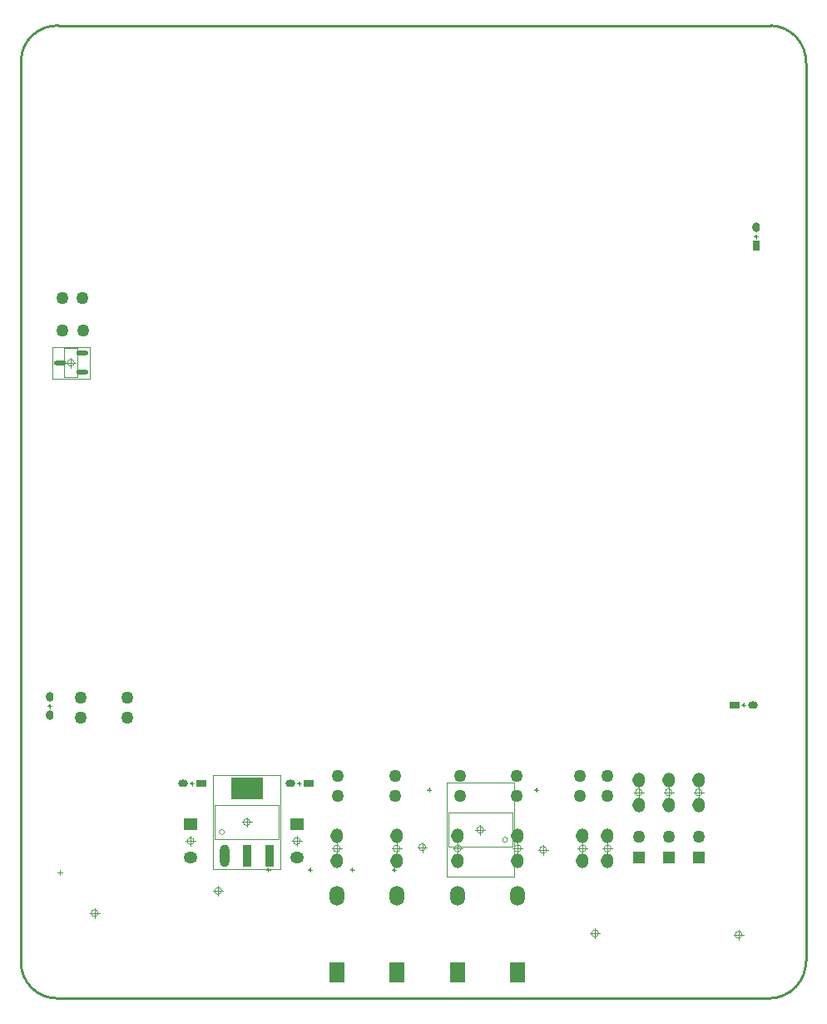
<source format=gtp>
G04*
G04 #@! TF.GenerationSoftware,Altium Limited,Altium Designer,22.3.1 (43)*
G04*
G04 Layer_Color=8421504*
%FSLAX25Y25*%
%MOIN*%
G70*
G04*
G04 #@! TF.SameCoordinates,7771213D-0031-41E0-B7F0-5BACD8635ED2*
G04*
G04*
G04 #@! TF.FilePolarity,Positive*
G04*
G01*
G75*
%ADD12C,0.01000*%
%ADD20C,0.00394*%
%ADD21C,0.00100*%
%ADD22C,0.00197*%
%ADD23C,0.00300*%
%ADD24O,0.05000X0.06000*%
%ADD25R,0.05512X0.04724*%
%ADD26O,0.05512X0.04724*%
%ADD27R,0.04000X0.03000*%
%ADD28O,0.04000X0.03000*%
%ADD29R,0.05000X0.05000*%
%ADD30C,0.05000*%
%ADD31R,0.03000X0.04000*%
%ADD32O,0.03000X0.04000*%
%ADD33O,0.03740X0.09055*%
%ADD34R,0.03740X0.09055*%
%ADD35R,0.12992X0.09055*%
%ADD36R,0.05906X0.07874*%
%ADD37O,0.05906X0.07874*%
%ADD38O,0.04724X0.01968*%
D12*
X314500Y374500D02*
G03*
X300500Y389500I-14500J500D01*
G01*
X300000Y0D02*
G03*
X314500Y15000I-250J14750D01*
G01*
X0Y14500D02*
G03*
X14500Y0I14500J0D01*
G01*
X15000Y389500D02*
G03*
X0Y375500I-500J-14500D01*
G01*
X314500Y15000D02*
Y374500D01*
X14500Y0D02*
X300000D01*
X15000Y389500D02*
X300500D01*
X0Y14500D02*
Y375500D01*
D20*
X194968Y63500D02*
G03*
X194968Y63500I-984J0D01*
G01*
X81500Y66572D02*
G03*
X81500Y66572I-984J0D01*
G01*
X171205Y60610D02*
X196795D01*
X171205Y74390D02*
X196795D01*
Y60610D02*
Y74390D01*
X171205Y60610D02*
Y74390D01*
X77705Y63683D02*
X103295D01*
X77705Y77462D02*
X103295D01*
X77705Y63683D02*
Y77462D01*
X103295Y63683D02*
Y77462D01*
X22559Y248594D02*
Y260406D01*
X17441Y248594D02*
Y260406D01*
Y248594D02*
X22559D01*
X17441Y260406D02*
X22559D01*
X170500Y48602D02*
X197500D01*
X170500Y86398D02*
X197500D01*
Y48602D02*
Y86398D01*
X170500Y48602D02*
Y86398D01*
X77000Y51675D02*
X104000D01*
X77000Y89470D02*
X104000D01*
X77000Y51675D02*
Y89470D01*
X104000Y51675D02*
Y89470D01*
X27500Y248201D02*
Y260799D01*
X12500Y248201D02*
Y260799D01*
Y248201D02*
X27500D01*
X12500Y260799D02*
X27500D01*
D21*
X133167Y51500D02*
G03*
X133167Y51500I-500J0D01*
G01*
X99500D02*
G03*
X99500Y51500I-500J0D01*
G01*
X290000Y117500D02*
G03*
X290000Y117500I-500J0D01*
G01*
X206950Y83500D02*
G03*
X206950Y83500I-500J0D01*
G01*
X164050D02*
G03*
X164050Y83500I-500J0D01*
G01*
X116333Y51500D02*
G03*
X116333Y51500I-500J0D01*
G01*
X150000D02*
G03*
X150000Y51500I-500J0D01*
G01*
X295000Y305000D02*
G03*
X295000Y305000I-500J0D01*
G01*
X69000Y86000D02*
G03*
X69000Y86000I-500J0D01*
G01*
X112000D02*
G03*
X112000Y86000I-500J0D01*
G01*
X12000Y117000D02*
G03*
X12000Y117000I-500J0D01*
G01*
X132667Y50713D02*
Y52287D01*
X131879Y51500D02*
X133454D01*
X99000Y50713D02*
Y52287D01*
X98213Y51500D02*
X99787D01*
X288713Y117500D02*
X290287D01*
X289500Y116713D02*
Y118287D01*
X206450Y82713D02*
Y84287D01*
X205663Y83500D02*
X207237D01*
X163550Y82713D02*
Y84287D01*
X162763Y83500D02*
X164337D01*
X115046Y51500D02*
X116621D01*
X115833Y50713D02*
Y52287D01*
X148713Y51500D02*
X150287D01*
X149500Y50713D02*
Y52287D01*
X293713Y305000D02*
X295287D01*
X294500Y304213D02*
Y305787D01*
X68500Y85213D02*
Y86787D01*
X67713Y86000D02*
X69287D01*
X111500Y85213D02*
Y86787D01*
X110713Y86000D02*
X112287D01*
X10713Y117000D02*
X12287D01*
X11500Y116213D02*
Y117787D01*
D22*
X185378Y67500D02*
G03*
X185378Y67500I-1378J0D01*
G01*
X91878Y70572D02*
G03*
X91878Y70572I-1378J0D01*
G01*
X21378Y254500D02*
G03*
X21378Y254500I-1378J0D01*
G01*
X272878Y82500D02*
G03*
X272878Y82500I-1378J0D01*
G01*
X260878D02*
G03*
X260878Y82500I-1378J0D01*
G01*
X248878D02*
G03*
X248878Y82500I-1378J0D01*
G01*
X231378Y26000D02*
G03*
X231378Y26000I-1378J0D01*
G01*
X162172Y60500D02*
G03*
X162172Y60500I-1378J0D01*
G01*
X210584Y59500D02*
G03*
X210584Y59500I-1378J0D01*
G01*
X176378Y60000D02*
G03*
X176378Y60000I-1378J0D01*
G01*
X226378D02*
G03*
X226378Y60000I-1378J0D01*
G01*
X80378Y43000D02*
G03*
X80378Y43000I-1378J0D01*
G01*
X69378Y62966D02*
G03*
X69378Y62966I-1378J0D01*
G01*
X111878D02*
G03*
X111878Y62966I-1378J0D01*
G01*
X288901Y25500D02*
G03*
X288901Y25500I-1378J0D01*
G01*
X30878Y34157D02*
G03*
X30878Y34157I-1378J0D01*
G01*
X236378Y60000D02*
G03*
X236378Y60000I-1378J0D01*
G01*
X200378D02*
G03*
X200378Y60000I-1378J0D01*
G01*
X127878D02*
G03*
X127878Y60000I-1378J0D01*
G01*
X151878D02*
G03*
X151878Y60000I-1378J0D01*
G01*
X184000Y65532D02*
Y69469D01*
X182032Y67500D02*
X185969D01*
X90500Y68604D02*
Y72541D01*
X88532Y70572D02*
X92469D01*
X20000Y252532D02*
Y256469D01*
X18031Y254500D02*
X21968D01*
X269531Y82500D02*
X273468D01*
X271500Y80532D02*
Y84469D01*
X257532Y82500D02*
X261469D01*
X259500Y80532D02*
Y84469D01*
X247500Y80532D02*
Y84469D01*
X245532Y82500D02*
X249469D01*
X228032Y26000D02*
X231969D01*
X230000Y24032D02*
Y27969D01*
X160794Y58532D02*
Y62469D01*
X158825Y60500D02*
X162762D01*
X209206Y57532D02*
Y61469D01*
X207238Y59500D02*
X211175D01*
X175000Y58032D02*
Y61969D01*
X173032Y60000D02*
X176969D01*
X225000Y58032D02*
Y61969D01*
X223032Y60000D02*
X226969D01*
X79000Y41032D02*
Y44969D01*
X77032Y43000D02*
X80969D01*
X68000Y60998D02*
Y64935D01*
X66032Y62966D02*
X69969D01*
X110500Y60998D02*
Y64935D01*
X108532Y62966D02*
X112469D01*
X285555Y25500D02*
X289492D01*
X287523Y23532D02*
Y27469D01*
X29500Y32189D02*
Y36126D01*
X27532Y34157D02*
X31469D01*
X235000Y58032D02*
Y61969D01*
X233032Y60000D02*
X236969D01*
X199000Y58032D02*
Y61969D01*
X197032Y60000D02*
X200969D01*
X126500Y58032D02*
Y61969D01*
X124532Y60000D02*
X128469D01*
X150500Y58032D02*
Y61969D01*
X148532Y60000D02*
X152469D01*
D23*
X15500Y49500D02*
Y51500D01*
X14500Y50500D02*
X16500D01*
D24*
X259500Y77500D02*
D03*
Y87500D02*
D03*
X225000Y55000D02*
D03*
Y65000D02*
D03*
X175000Y55000D02*
D03*
Y65000D02*
D03*
X271500Y77500D02*
D03*
Y87500D02*
D03*
X247500D02*
D03*
Y77500D02*
D03*
X150500Y55000D02*
D03*
Y65000D02*
D03*
X126500Y55000D02*
D03*
Y65000D02*
D03*
X199000Y55000D02*
D03*
Y65000D02*
D03*
X235000Y55000D02*
D03*
Y65000D02*
D03*
D25*
X110500Y69659D02*
D03*
X68000D02*
D03*
D26*
X110500Y56273D02*
D03*
X68000D02*
D03*
D27*
X115150Y86000D02*
D03*
X72150D02*
D03*
X285850Y117500D02*
D03*
D28*
X107850Y86000D02*
D03*
X64850D02*
D03*
X293150Y117500D02*
D03*
D29*
X259510Y56500D02*
D03*
X271520D02*
D03*
X247500D02*
D03*
D30*
X259490Y64730D02*
D03*
X24020Y112270D02*
D03*
X24000Y120500D02*
D03*
X224000Y89230D02*
D03*
X224020Y81000D02*
D03*
X271500Y64730D02*
D03*
X247480D02*
D03*
X149980Y89230D02*
D03*
X150000Y81000D02*
D03*
X127000Y89230D02*
D03*
X127020Y81000D02*
D03*
X42500Y120510D02*
D03*
X42520Y112280D02*
D03*
X176000Y89230D02*
D03*
X176020Y81000D02*
D03*
X198480Y89230D02*
D03*
X198500Y81000D02*
D03*
X235000Y89230D02*
D03*
X235020Y81000D02*
D03*
X24730Y280520D02*
D03*
X16500Y280500D02*
D03*
X16770Y267480D02*
D03*
X25000Y267500D02*
D03*
D31*
X294500Y301350D02*
D03*
D32*
Y308650D02*
D03*
X11500Y120650D02*
D03*
Y113350D02*
D03*
D33*
X81445Y57072D02*
D03*
D34*
X90500D02*
D03*
X99555D02*
D03*
D35*
X90500Y84072D02*
D03*
D36*
X174833Y10348D02*
D03*
X150667D02*
D03*
X126500D02*
D03*
X199000D02*
D03*
D37*
X174833Y41057D02*
D03*
X150667D02*
D03*
X126500D02*
D03*
X199000D02*
D03*
D38*
X24500Y250760D02*
D03*
Y258240D02*
D03*
X15500Y254500D02*
D03*
M02*

</source>
